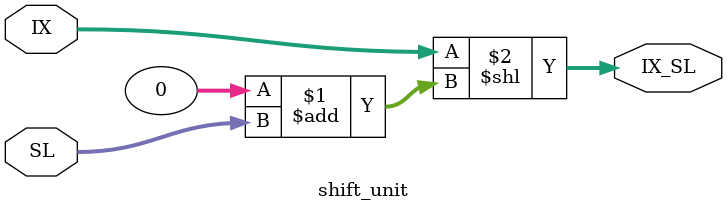
<source format=v>


`timescale 1ns / 1ps

module shift_unit #(parameter LOG2_WIDTH = 4, WIDTH = 2**LOG2_WIDTH, WEIGHT_NIBBLE = 0,
								 LOG2_NIBBLE_WIDTH = 2, NIBBLE_WIDTH = 2**LOG2_NIBBLE_WIDTH)
(
input	wire	[WIDTH+2:0]					IX,	// Selected alphabet 
input	wire	[LOG2_NIBBLE_WIDTH-1:0]		SL, // Shift Vlue,
//output	reg		[2*WIDTH-1:0]				IX_SL,	// Selected alphabet
output			[2*WIDTH-1:0]				IX_SL	// Selected alphabet
);



assign IX_SL = IX << (WEIGHT_NIBBLE + SL);

//always@(*)
//begin

//IX_SL = 'd0 ;

//if(WEIGHT_NIBBLE == 'd0)
//begin
//	case(SL)                
//	'd0:	IX_SL = IX ;
//	'd1:	IX_SL = IX << 1 ;
//	'd2:	IX_SL = IX << 2 ;
//	'd3:	IX_SL = IX << 3 ;
//	endcase
//end

//else if(WEIGHT_NIBBLE == 'd4)
//	begin
//		case(SL)                
//		'd0:	IX_SL = IX << 4 ;
//		'd1:	IX_SL = IX << 5 ;
//		'd2:	IX_SL = IX << 6 ;
//		'd3:	IX_SL = IX << 7 ;
//		endcase
//	end
	
//else if(WEIGHT_NIBBLE == 'd8)
//	begin
//		case(SL)                
//		'd0:	IX_SL = IX << 8 ;
//		'd1:	IX_SL = IX << 9 ;
//		'd2:	IX_SL = IX << 10 ;
//		'd3:	IX_SL = IX << 11 ;
//		endcase
//	end
	
//else if(WEIGHT_NIBBLE == 'd12)
//	begin
//		case(SL)                
//		'd0:	IX_SL = IX << 12 ;
//		'd1:	IX_SL = IX << 13 ;
//		'd2:	IX_SL = IX << 14 ;
//		'd3:	IX_SL = IX << 15 ;
//		endcase
//	end

//else if(WEIGHT_NIBBLE == 'd16)
//	begin
//		case(SL)                
//		'd0:	IX_SL = IX << 16 ;
//		'd1:	IX_SL = IX << 17 ;
//		'd2:	IX_SL = IX << 18 ;
//		'd3:	IX_SL = IX << 19 ;
//		endcase
//	end

//else if(WEIGHT_NIBBLE == 'd20)
//	begin
//		case(SL)                
//		'd0:	IX_SL = IX << 20 ;
//		'd1:	IX_SL = IX << 21 ;
//		'd2:	IX_SL = IX << 22 ;
//		'd3:	IX_SL = IX << 23 ;
//		endcase
//	end

//else if(WEIGHT_NIBBLE == 'd24)
//	begin
//		case(SL)                
//		'd0:	IX_SL = IX << 24 ;
//		'd1:	IX_SL = IX << 25 ;
//		'd2:	IX_SL = IX << 26 ;
//		'd3:	IX_SL = IX << 27 ;
//		endcase
//	end

//else if(WEIGHT_NIBBLE == 'd28)
//	begin
//		case(SL)                
//		'd0:	IX_SL = IX << 28 ;
//		'd1:	IX_SL = IX << 29 ;
//		'd2:	IX_SL = IX << 30 ;
//		'd3:	IX_SL = IX << 31 ;
//		endcase
//	end				


//end

endmodule

</source>
